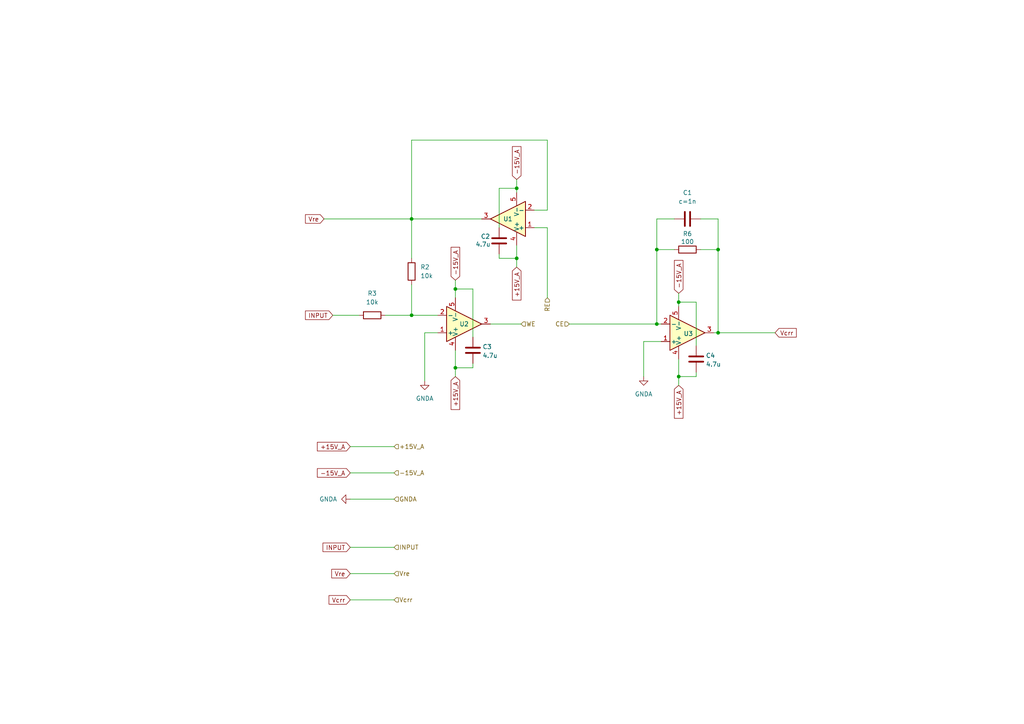
<source format=kicad_sch>
(kicad_sch (version 20231120) (generator "eeschema") (generator_version "8.0")
  (paper "A4")
  (lib_symbols
    (symbol "Device:C" (pin_numbers hide) (pin_names (offset 0.254))
      (property "Reference" "C" (at 0.635 2.54 0))
      (property "Value" "C" (at 0.635 -2.54 0))
      (symbol "C_0_1"
        (polyline (pts (xy -2.032 -0.762) (xy 2.032 -0.762)) (stroke (width 0.508)))
        (polyline (pts (xy -2.032 0.762) (xy 2.032 0.762)) (stroke (width 0.508)))
      )
      (symbol "C_1_1"
        (pin passive line (at 0 3.81 270) (length 2.794) (name "~") (number "1"))
        (pin passive line (at 0 -3.81 90) (length 2.794) (name "~") (number "2"))
      )
    )
    (symbol "Device:R" (pin_numbers hide) (pin_names (offset 0))
      (property "Reference" "R" (at 2.032 0 90))
      (property "Value" "R" (at 0 0 90))
      (symbol "R_0_1"
        (rectangle (start -1.016 -2.54) (end 1.016 2.54) (stroke (width 0.254)))
      )
      (symbol "R_1_1"
        (pin passive line (at 0 3.81 270) (length 1.27) (name "~") (number "1"))
        (pin passive line (at 0 -3.81 90) (length 1.27) (name "~") (number "2"))
      )
    )
    (symbol "GND_1" (power) (pin_numbers hide) (pin_names (offset 0) hide)
      (property "Value" "GND" (at 0 -3.81 0))
      (symbol "GND_1_0_1"
        (polyline (pts (xy 0 0) (xy 0 -1.27) (xy 1.27 -1.27) (xy 0 -2.54) (xy -1.27 -1.27) (xy 0 -1.27)))
      )
      (symbol "GND_1_1_1"
        (pin power_in line (at 0 0 270) (length 0) (name "~") (number "1"))
      )
    )
    (symbol "GND_2" (power) (pin_numbers hide) (pin_names (offset 0) hide)
      (property "Value" "GND" (at 0 -3.81 0))
      (symbol "GND_2_0_1"
        (polyline (pts (xy 0 0) (xy 0 -1.27) (xy 1.27 -1.27) (xy 0 -2.54) (xy -1.27 -1.27) (xy 0 -1.27)))
      )
      (symbol "GND_2_1_1"
        (pin power_in line (at 0 0 270) (length 0) (name "~") (number "1"))
      )
    )
    (symbol "Simulation_SPICE:OPAMP" (pin_names (offset 0.254))
      (property "Reference" "U" (at 3.81 3.175 0))
      (property "Value" "${SIM.PARAMS}" (at 3.81 -3.175 0))
      (symbol "OPAMP_0_1"
        (polyline (pts (xy 5.08 0) (xy -5.08 5.08) (xy -5.08 -5.08) (xy 5.08 0)) (stroke (width 0.254)) (fill (type background)))
      )
      (symbol "OPAMP_1_1"
        (pin input line (at -7.62 2.54 0) (length 2.54) (name "+") (number "1"))
        (pin input line (at -7.62 -2.54 0) (length 2.54) (name "-") (number "2"))
        (pin output line (at 7.62 0 180) (length 2.54) (name "~") (number "3"))
        (pin power_in line (at -2.54 7.62 270) (length 3.81) (name "V+") (number "4"))
        (pin power_in line (at -2.54 -7.62 90) (length 3.81) (name "V-") (number "5"))
      )
    )
    (symbol "power:GNDA" (power) (pin_numbers hide) (pin_names (offset 0) hide)
      (property "Value" "GNDA" (at 0 -3.81 0))
      (symbol "GNDA_0_1"
        (polyline (pts (xy 0 0) (xy 0 -1.27) (xy 1.27 -1.27) (xy 0 -2.54) (xy -1.27 -1.27) (xy 0 -1.27)))
      )
      (symbol "GNDA_1_1"
        (pin power_in line (at 0 0 270) (length 0) (name "~") (number "1"))
      )
    )
  )
  (junction (at 149.86 74.93))
  (junction (at 132.08 83.82))
  (junction (at 196.85 87.63))
  (junction (at 208.28 96.52))
  (junction (at 208.28 72.39))
  (junction (at 119.38 91.44))
  (junction (at 190.5 93.98))
  (junction (at 132.08 106.68))
  (junction (at 190.5 72.39))
  (junction (at 149.86 54.61))
  (junction (at 119.38 63.5))
  (junction (at 196.85 109.22))
  (wire (pts (xy 119.38 91.44) (xy 127 91.44)))
  (wire (pts (xy 158.75 60.96) (xy 154.94 60.96)))
  (wire (pts (xy 186.69 99.06) (xy 186.69 109.22)))
  (wire (pts (xy 101.6 166.37) (xy 114.3 166.37)))
  (wire (pts (xy 137.16 105.41) (xy 137.16 106.68)))
  (wire (pts (xy 101.6 129.54) (xy 114.3 129.54)))
  (wire (pts (xy 154.94 66.04) (xy 158.75 66.04)))
  (wire (pts (xy 119.38 91.44) (xy 119.38 82.55)))
  (wire (pts (xy 196.85 111.76) (xy 196.85 109.22)))
  (wire (pts (xy 158.75 40.64) (xy 158.75 60.96)))
  (wire (pts (xy 190.5 63.5) (xy 190.5 72.39)))
  (wire (pts (xy 149.86 52.07) (xy 149.86 54.61)))
  (wire (pts (xy 119.38 63.5) (xy 139.7 63.5)))
  (wire (pts (xy 119.38 40.64) (xy 158.75 40.64)))
  (wire (pts (xy 127 96.52) (xy 123.19 96.52)))
  (wire (pts (xy 132.08 106.68) (xy 132.08 101.6)))
  (wire (pts (xy 111.76 91.44) (xy 119.38 91.44)))
  (wire (pts (xy 149.86 77.47) (xy 149.86 74.93)))
  (wire (pts (xy 208.28 72.39) (xy 208.28 96.52)))
  (wire (pts (xy 101.6 144.78) (xy 114.3 144.78)))
  (wire (pts (xy 132.08 83.82) (xy 137.16 83.82)))
  (wire (pts (xy 190.5 93.98) (xy 191.77 93.98)))
  (wire (pts (xy 201.93 87.63) (xy 201.93 100.33)))
  (wire (pts (xy 191.77 99.06) (xy 186.69 99.06)))
  (wire (pts (xy 149.86 74.93) (xy 149.86 71.12)))
  (wire (pts (xy 144.78 73.66) (xy 144.78 74.93)))
  (wire (pts (xy 196.85 87.63) (xy 196.85 88.9)))
  (wire (pts (xy 158.75 66.04) (xy 158.75 86.36)))
  (wire (pts (xy 137.16 83.82) (xy 137.16 97.79)))
  (wire (pts (xy 203.2 72.39) (xy 208.28 72.39)))
  (wire (pts (xy 137.16 106.68) (xy 132.08 106.68)))
  (wire (pts (xy 101.6 158.75) (xy 114.3 158.75)))
  (wire (pts (xy 196.85 87.63) (xy 201.93 87.63)))
  (wire (pts (xy 165.1 93.98) (xy 190.5 93.98)))
  (wire (pts (xy 119.38 63.5) (xy 119.38 40.64)))
  (wire (pts (xy 144.78 54.61) (xy 144.78 66.04)))
  (wire (pts (xy 119.38 74.93) (xy 119.38 63.5)))
  (wire (pts (xy 196.85 85.09) (xy 196.85 87.63)))
  (wire (pts (xy 190.5 72.39) (xy 195.58 72.39)))
  (wire (pts (xy 149.86 54.61) (xy 144.78 54.61)))
  (wire (pts (xy 144.78 74.93) (xy 149.86 74.93)))
  (wire (pts (xy 149.86 54.61) (xy 149.86 55.88)))
  (wire (pts (xy 208.28 96.52) (xy 224.79 96.52)))
  (wire (pts (xy 190.5 72.39) (xy 190.5 93.98)))
  (wire (pts (xy 132.08 83.82) (xy 132.08 86.36)))
  (wire (pts (xy 201.93 107.95) (xy 201.93 109.22)))
  (wire (pts (xy 195.58 63.5) (xy 190.5 63.5)))
  (wire (pts (xy 96.52 91.44) (xy 104.14 91.44)))
  (wire (pts (xy 132.08 81.28) (xy 132.08 83.82)))
  (wire (pts (xy 208.28 63.5) (xy 208.28 72.39)))
  (wire (pts (xy 142.24 93.98) (xy 151.13 93.98)))
  (wire (pts (xy 196.85 109.22) (xy 196.85 104.14)))
  (wire (pts (xy 101.6 173.99) (xy 114.3 173.99)))
  (wire (pts (xy 132.08 109.22) (xy 132.08 106.68)))
  (wire (pts (xy 208.28 63.5) (xy 203.2 63.5)))
  (wire (pts (xy 207.01 96.52) (xy 208.28 96.52)))
  (wire (pts (xy 123.19 96.52) (xy 123.19 110.49)))
  (wire (pts (xy 93.98 63.5) (xy 119.38 63.5)))
  (wire (pts (xy 101.6 137.16) (xy 114.3 137.16)))
  (wire (pts (xy 201.93 109.22) (xy 196.85 109.22)))
  (global_label "Vre" (shape input) (at 93.98 63.5 180) (property "Intersheetrefs" "${INTERSHEET_REFS}" (effects (hide yes))))
  (global_label "+15V_A" (shape input) (at 196.85 111.76 270) (property "Intersheetrefs" "${INTERSHEET_REFS}" (effects (hide yes))))
  (global_label "INPUT" (shape input) (at 101.6 158.75 180) (property "Intersheetrefs" "${INTERSHEET_REFS}" (effects (hide yes))))
  (global_label "Vcrr" (shape input) (at 224.79 96.52 0) (property "Intersheetrefs" "${INTERSHEET_REFS}" (effects (hide yes))))
  (global_label "INPUT" (shape input) (at 96.52 91.44 180) (property "Intersheetrefs" "${INTERSHEET_REFS}" (effects (hide yes))))
  (global_label "-15V_A" (shape input) (at 196.85 85.09 90) (property "Intersheetrefs" "${INTERSHEET_REFS}" (effects (hide yes))))
  (global_label "-15V_A" (shape input) (at 101.6 137.16 180) (property "Intersheetrefs" "${INTERSHEET_REFS}" (effects (hide yes))))
  (global_label "Vre" (shape input) (at 101.6 166.37 180) (property "Intersheetrefs" "${INTERSHEET_REFS}" (effects (hide yes))))
  (global_label "-15V_A" (shape input) (at 132.08 81.28 90) (property "Intersheetrefs" "${INTERSHEET_REFS}" (effects (hide yes))))
  (global_label "-15V_A" (shape input) (at 149.86 52.07 90) (property "Intersheetrefs" "${INTERSHEET_REFS}" (effects (hide yes))))
  (global_label "+15V_A" (shape input) (at 101.6 129.54 180) (property "Intersheetrefs" "${INTERSHEET_REFS}" (effects (hide yes))))
  (global_label "+15V_A" (shape input) (at 149.86 77.47 270) (property "Intersheetrefs" "${INTERSHEET_REFS}" (effects (hide yes))))
  (global_label "Vcrr" (shape input) (at 101.6 173.99 180) (property "Intersheetrefs" "${INTERSHEET_REFS}" (effects (hide yes))))
  (global_label "+15V_A" (shape input) (at 132.08 109.22 270) (property "Intersheetrefs" "${INTERSHEET_REFS}" (effects (hide yes))))
  (hierarchical_label "Vcrr" (shape input) (at 114.3 173.99 0))
  (hierarchical_label "-15V_A" (shape input) (at 114.3 137.16 0))
  (hierarchical_label "GNDA" (shape input) (at 114.3 144.78 0))
  (hierarchical_label "INPUT" (shape input) (at 114.3 158.75 0))
  (hierarchical_label "RE" (shape input) (at 158.75 86.36 270))
  (hierarchical_label "Vre" (shape input) (at 114.3 166.37 0))
  (hierarchical_label "+15V_A" (shape input) (at 114.3 129.54 0))
  (hierarchical_label "CE" (shape input) (at 165.1 93.98 180))
  (hierarchical_label "WE" (shape input) (at 151.13 93.98 0))
  (symbol (lib_id "Device:C") (at 144.78 69.85 180) (unit 1)
    (property "Reference" "C2" (at 139.446 68.58 0) (effects (justify right)))
    (property "Value" "4.7u" (at 137.922 70.866 0) (effects (justify right)))
    (property "Description" "Unpolarized capacitor" (effects (hide yes)))
    (property "Sim.Device" "C" (effects (hide yes)))
    (property "Sim.Type" "=" (effects (hide yes)))
    (property "Sim.Params" "c=0.1u" (effects (hide yes)))
    (property "Sim.Pins" "1=+ 2=-" (effects (hide yes)))
  )
  (symbol (lib_id "Device:C") (at 199.39 63.5 90) (unit 1)
    (property "Reference" "C1" (at 199.39 55.88 90))
    (property "Value" "${SIM.PARAMS}" (at 199.39 58.42 90))
    (property "Sim.Device" "C" (effects (hide yes)))
    (property "Sim.Type" "=" (effects (hide yes)))
    (property "Sim.Params" "c=1n" (effects (hide yes)))
    (property "Sim.Pins" "1=+ 2=-" (effects (hide yes)))
  )
  (symbol (lib_id "Simulation_SPICE:OPAMP") (at 134.62 93.98 0) (mirror x) (unit 1)
    (property "Reference" "U2" (at 134.62 93.98 0))
    (property "Value" "${SIM.PARAMS}" (at 144.78 100.33 0))
    (property "Sim.Pins" "1=+IN 2=-IN 3=OUT 4=VCC 5=VEE" (effects (hide yes)))
    (property "Sim.Device" "SUBCKT" (effects (hide yes)))
    (property "Sim.Library" "LM4565_Rev002.lib" (effects (hide yes)))
    (property "Sim.Name" "lm4565_sub" (effects (hide yes)))
  )
  (symbol (lib_name "GND_1") (lib_id "power:GND") (at 186.69 109.22 0) (unit 1)
    (property "Reference" "#PWR02" (effects (hide yes)))
    (property "Value" "GNDA" (at 186.69 114.3 0))
    (property "Description" "Power symbol creates a global label with name \"GND\" , ground" (effects (hide yes)))
  )
  (symbol (lib_id "Device:R") (at 199.39 72.39 90) (unit 1)
    (property "Reference" "R6" (at 199.39 67.818 90))
    (property "Value" "100" (at 199.39 70.104 90))
    (property "Description" "Resistor" (effects (hide yes)))
    (property "Sim.Device" "R" (effects (hide yes)))
    (property "Sim.Type" "=" (effects (hide yes)))
    (property "Sim.Params" "r=100" (effects (hide yes)))
    (property "Sim.Pins" "1=+ 2=-" (effects (hide yes)))
  )
  (symbol (lib_id "Device:R") (at 107.95 91.44 90) (unit 1)
    (property "Reference" "R3" (at 107.95 85.09 90))
    (property "Value" "10k" (at 107.95 87.63 90))
    (property "Sim.Device" "R" (effects (hide yes)))
    (property "Sim.Type" "=" (effects (hide yes)))
    (property "Sim.Params" "r=10k" (effects (hide yes)))
    (property "Sim.Pins" "1=+ 2=-" (effects (hide yes)))
  )
  (symbol (lib_id "Device:C") (at 201.93 104.14 180) (unit 1)
    (property "Reference" "C4" (at 204.724 103.124 0) (effects (justify right)))
    (property "Value" "4.7u" (at 204.724 105.664 0) (effects (justify right)))
    (property "Description" "Unpolarized capacitor" (effects (hide yes)))
    (property "Sim.Device" "C" (effects (hide yes)))
    (property "Sim.Type" "=" (effects (hide yes)))
    (property "Sim.Params" "c=0.1u" (effects (hide yes)))
    (property "Sim.Pins" "1=+ 2=-" (effects (hide yes)))
  )
  (symbol (lib_id "Device:C") (at 137.16 101.6 180) (unit 1)
    (property "Reference" "C3" (at 139.954 100.584 0) (effects (justify right)))
    (property "Value" "4.7u" (at 139.954 103.124 0) (effects (justify right)))
    (property "Description" "Unpolarized capacitor" (effects (hide yes)))
    (property "Sim.Device" "C" (effects (hide yes)))
    (property "Sim.Type" "=" (effects (hide yes)))
    (property "Sim.Params" "c=0.1u" (effects (hide yes)))
    (property "Sim.Pins" "1=+ 2=-" (effects (hide yes)))
  )
  (symbol (lib_id "power:GNDA") (at 123.19 110.49 0) (unit 1)
    (property "Reference" "#PWR07" (effects (hide yes)))
    (property "Value" "GNDA" (at 123.19 115.57 0))
    (property "Description" "Power symbol creates a global label with name \"GNDA\" , analog ground" (effects (hide yes)))
  )
  (symbol (lib_name "GND_2") (lib_id "power:GND") (at 101.6 144.78 270) (unit 1)
    (property "Reference" "#PWR05" (effects (hide yes)))
    (property "Value" "GNDA" (at 97.79 144.7799 90) (effects (justify right)))
    (property "Description" "Power symbol creates a global label with name \"GND\" , ground" (effects (hide yes)))
  )
  (symbol (lib_id "Simulation_SPICE:OPAMP") (at 147.32 63.5 180) (unit 1)
    (property "Reference" "U1" (at 147.32 63.5 0))
    (property "Value" "${SIM.PARAMS}" (at 137.16 69.85 0))
    (property "Sim.Pins" "1=+IN 2=-IN 3=OUT 4=VCC 5=VEE" (effects (hide yes)))
    (property "Sim.Device" "SUBCKT" (effects (hide yes)))
    (property "Sim.Library" "LM4565_Rev002.lib" (effects (hide yes)))
    (property "Sim.Name" "lm4565_sub" (effects (hide yes)))
  )
  (symbol (lib_id "Simulation_SPICE:OPAMP") (at 199.39 96.52 0) (mirror x) (unit 1)
    (property "Reference" "U3" (at 199.644 96.774 0))
    (property "Value" "${SIM.PARAMS}" (at 209.55 102.87 0))
    (property "Sim.Pins" "1=+IN 2=-IN 3=OUT 4=VCC 5=VEE" (effects (hide yes)))
    (property "Sim.Device" "SUBCKT" (effects (hide yes)))
    (property "Sim.Library" "LM4565_Rev002.lib" (effects (hide yes)))
    (property "Sim.Name" "lm4565_sub" (effects (hide yes)))
  )
  (symbol (lib_id "Device:R") (at 119.38 78.74 0) (unit 1)
    (property "Reference" "R2" (at 121.92 77.47 0) (effects (justify left)))
    (property "Value" "10k" (at 121.92 80.01 0) (effects (justify left)))
    (property "Sim.Device" "R" (effects (hide yes)))
    (property "Sim.Type" "=" (effects (hide yes)))
    (property "Sim.Params" "r=10k" (effects (hide yes)))
    (property "Sim.Pins" "1=+ 2=-" (effects (hide yes)))
  )
)
</source>
